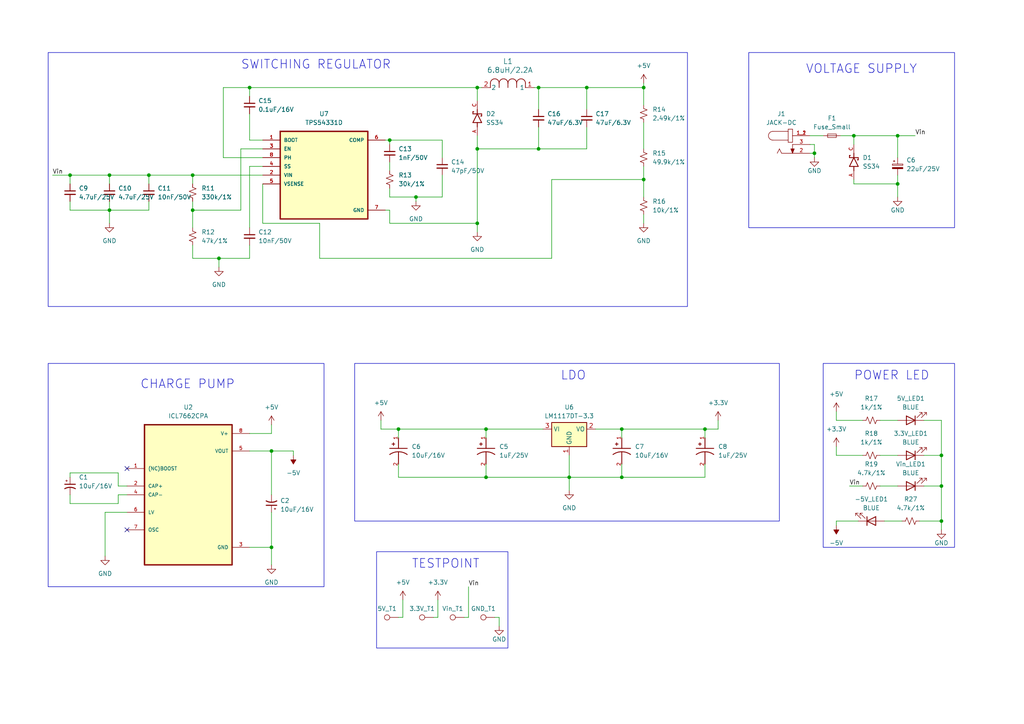
<source format=kicad_sch>
(kicad_sch (version 20230121) (generator eeschema)
  (paper "A4")
  (title_block (title "POWER") (date "2023-12-10"))
  (lib_symbols
    (symbol "Connector:TestPoint" (pin_numbers hide) (pin_names (offset 0.762) hide)
      (property "Reference" "TP" (at 0 6.858 0))
      (property "Value" "TestPoint" (at 0 5.08 0))
      (symbol "TestPoint_0_1"
        (circle (center 0 3.302) (radius 0.762))
      )
      (symbol "TestPoint_1_1"
        (pin passive line (at 0 0 90) (length 2.54) (name "1") (number "1"))
      )
    )
    (symbol "Device:C_Polarized_Small" (pin_numbers hide) (pin_names (offset 0.254) hide)
      (property "Reference" "C" (at 0.254 1.778 0))
      (property "Value" "C_Polarized_Small" (at 0.254 -2.032 0))
      (symbol "C_Polarized_Small_0_1"
        (rectangle (start -1.524 -0.3048) (end 1.524 -0.6858) (fill (type outline)))
        (rectangle (start -1.524 0.6858) (end 1.524 0.3048))
        (polyline (pts (xy -1.27 1.524) (xy -0.762 1.524)))
        (polyline (pts (xy -1.016 1.27) (xy -1.016 1.778)))
      )
      (symbol "C_Polarized_Small_1_1"
        (pin passive line (at 0 2.54 270) (length 1.8542) (name "~") (number "1"))
        (pin passive line (at 0 -2.54 90) (length 1.8542) (name "~") (number "2"))
      )
    )
    (symbol "Device:C_Polarized_Small_US" (pin_numbers hide) (pin_names (offset 0.254) hide)
      (property "Reference" "C" (at 0.254 1.778 0))
      (property "Value" "C_Polarized_Small_US" (at 0.254 -2.032 0))
      (symbol "C_Polarized_Small_US_0_1"
        (polyline (pts (xy -1.524 0.508) (xy 1.524 0.508)) (stroke (width 0.3048)))
        (polyline (pts (xy -1.27 1.524) (xy -0.762 1.524)))
        (polyline (pts (xy -1.016 1.27) (xy -1.016 1.778)))
        (arc (start 1.524 -0.762) (mid 0 -0.3734) (end -1.524 -0.762) (stroke (width 0.3048)))
      )
      (symbol "C_Polarized_Small_US_1_1"
        (pin passive line (at 0 2.54 270) (length 2.032) (name "~") (number "1"))
        (pin passive line (at 0 -2.54 90) (length 2.032) (name "~") (number "2"))
      )
    )
    (symbol "Device:C_Small" (pin_numbers hide) (pin_names (offset 0.254) hide)
      (property "Reference" "C" (at 0.254 1.778 0))
      (property "Value" "C_Small" (at 0.254 -2.032 0))
      (symbol "C_Small_0_1"
        (polyline (pts (xy -1.524 -0.508) (xy 1.524 -0.508)) (stroke (width 0.3302)))
        (polyline (pts (xy -1.524 0.508) (xy 1.524 0.508)) (stroke (width 0.3048)))
      )
      (symbol "C_Small_1_1"
        (pin passive line (at 0 2.54 270) (length 2.032) (name "~") (number "1"))
        (pin passive line (at 0 -2.54 90) (length 2.032) (name "~") (number "2"))
      )
    )
    (symbol "Device:Fuse_Small" (pin_numbers hide) (pin_names (offset 0.254) hide)
      (property "Reference" "F" (at 0 -1.524 0))
      (property "Value" "Fuse_Small" (at 0 1.524 0))
      (symbol "Fuse_Small_0_1"
        (rectangle (start -1.27 0.508) (end 1.27 -0.508))
        (polyline (pts (xy -1.27 0) (xy 1.27 0)))
      )
      (symbol "Fuse_Small_1_1"
        (pin passive line (at -2.54 0 0) (length 1.27) (name "~") (number "1"))
        (pin passive line (at 2.54 0 180) (length 1.27) (name "~") (number "2"))
      )
    )
    (symbol "Device:LED" (pin_numbers hide) (pin_names (offset 1.016) hide)
      (property "Reference" "D" (at 0 2.54 0))
      (property "Value" "LED" (at 0 -2.54 0))
      (symbol "LED_0_1"
        (polyline (pts (xy -1.27 -1.27) (xy -1.27 1.27)) (stroke (width 0.254)))
        (polyline (pts (xy -1.27 0) (xy 1.27 0)))
        (polyline (pts (xy 1.27 -1.27) (xy 1.27 1.27) (xy -1.27 0) (xy 1.27 -1.27)) (stroke (width 0.254)))
        (polyline (pts (xy -3.048 -0.762) (xy -4.572 -2.286) (xy -3.81 -2.286) (xy -4.572 -2.286) (xy -4.572 -1.524)))
        (polyline (pts (xy -1.778 -0.762) (xy -3.302 -2.286) (xy -2.54 -2.286) (xy -3.302 -2.286) (xy -3.302 -1.524)))
      )
      (symbol "LED_1_1"
        (pin passive line (at -3.81 0 0) (length 2.54) (name "K") (number "1"))
        (pin passive line (at 3.81 0 180) (length 2.54) (name "A") (number "2"))
      )
    )
    (symbol "Device:R_Small_US" (pin_numbers hide) (pin_names (offset 0.254) hide)
      (property "Reference" "R" (at 0.762 0.508 0))
      (property "Value" "R_Small_US" (at 0.762 -1.016 0))
      (symbol "R_Small_US_1_1"
        (polyline (pts (xy 0 0) (xy 1.016 -0.381) (xy 0 -0.762) (xy -1.016 -1.143) (xy 0 -1.524)))
        (polyline (pts (xy 0 1.524) (xy 1.016 1.143) (xy 0 0.762) (xy -1.016 0.381) (xy 0 0)))
        (pin passive line (at 0 2.54 270) (length 1.016) (name "~") (number "1"))
        (pin passive line (at 0 -2.54 90) (length 1.016) (name "~") (number "2"))
      )
    )
    (symbol "ICL7662CPA:ICL7662CPA" (pin_names (offset 1.016))
      (property "Reference" "U" (at -12.7 21.32 0))
      (property "Value" "ICL7662CPA" (at -12.7 -24.32 0))
      (symbol "ICL7662CPA_0_0"
        (rectangle (start -12.7 -20.32) (end 12.7 20.32) (stroke (width 0.41)) (fill (type background)))
        (pin bidirectional line (at -17.78 7.62 0) (length 5.08) (name "(NC)BOOST") (number "1"))
        (pin bidirectional line (at -17.78 2.54 0) (length 5.08) (name "CAP+") (number "2"))
        (pin power_in line (at 17.78 -15.24 180) (length 5.08) (name "GND") (number "3"))
        (pin bidirectional line (at -17.78 0 0) (length 5.08) (name "CAP-") (number "4"))
        (pin output line (at 17.78 12.7 180) (length 5.08) (name "VOUT") (number "5"))
        (pin bidirectional line (at -17.78 -5.08 0) (length 5.08) (name "LV") (number "6"))
        (pin bidirectional line (at -17.78 -10.16 0) (length 5.08) (name "OSC") (number "7"))
        (pin power_in line (at 17.78 17.78 180) (length 5.08) (name "V+") (number "8"))
      )
    )
    (symbol "Inductor_5852:SDE0604A-330M" (pin_names (offset 0.254))
      (property "Reference" "L" (at 6.985 5.08 0))
      (property "Value" "SDE0604A-330M" (at 6.985 -2.54 0))
      (symbol "SDE0604A-330M_1_1"
        (polyline (pts (xy 2.54 0) (xy 2.54 1.27)) (stroke (width 0.2032)))
        (polyline (pts (xy 5.08 0) (xy 5.08 1.27)) (stroke (width 0.2032)))
        (polyline (pts (xy 7.62 0) (xy 7.62 1.27)) (stroke (width 0.2032)))
        (polyline (pts (xy 10.16 0) (xy 10.16 1.27)) (stroke (width 0.2032)))
        (polyline (pts (xy 12.7 0) (xy 12.7 1.27)) (stroke (width 0.2032)))
        (arc (start 5.08 1.27) (mid 3.81 2.5345) (end 2.54 1.27) (stroke (width 0.2032)))
        (arc (start 7.62 1.27) (mid 6.35 2.5345) (end 5.08 1.27) (stroke (width 0.2032)))
        (arc (start 10.16 1.27) (mid 8.89 2.5345) (end 7.62 1.27) (stroke (width 0.2032)))
        (arc (start 12.7 1.27) (mid 11.43 2.5345) (end 10.16 1.27) (stroke (width 0.2032)))
        (pin unspecified line (at 15.24 0 180) (length 2.54) (name "1") (number "1"))
        (pin unspecified line (at 0 0 0) (length 2.54) (name "2") (number "2"))
      )
      (symbol "SDE0604A-330M_1_2"
        (arc (start -1.27 5.08) (mid -2.5345 3.81) (end -1.27 2.54) (stroke (width 0.2032)))
        (arc (start -1.27 7.62) (mid -2.5345 6.35) (end -1.27 5.08) (stroke (width 0.2032)))
        (arc (start -1.27 10.16) (mid -2.5345 8.89) (end -1.27 7.62) (stroke (width 0.2032)))
        (arc (start -1.27 12.7) (mid -2.5345 11.43) (end -1.27 10.16) (stroke (width 0.2032)))
        (polyline (pts (xy 0 2.54) (xy -1.27 2.54)) (stroke (width 0.2032)))
        (polyline (pts (xy 0 5.08) (xy -1.27 5.08)) (stroke (width 0.2032)))
        (polyline (pts (xy 0 7.62) (xy -1.27 7.62)) (stroke (width 0.2032)))
        (polyline (pts (xy 0 10.16) (xy -1.27 10.16)) (stroke (width 0.2032)))
        (polyline (pts (xy 0 12.7) (xy -1.27 12.7)) (stroke (width 0.2032)))
        (pin unspecified line (at 0 15.24 270) (length 2.54) (name "1") (number "1"))
        (pin unspecified line (at 0 0 90) (length 2.54) (name "2") (number "2"))
      )
    )
    (symbol "PRT-12748:Jack_DC_5" (pin_names (offset 1.016))
      (property "Reference" "J" (at -7.6246 5.0831 0))
      (property "Value" "JACK-DC" (at -7.632 -5.088 0))
      (symbol "Jack_DC_5_0_0"
        (arc (start -5.715 3.81) (mid -6.9795 2.54) (end -5.715 1.27) (stroke (width 0.1524)))
        (polyline (pts (xy -5.715 3.81) (xy -1.27 3.81)) (stroke (width 0.1524)))
        (polyline (pts (xy -3.81 -1.27) (xy -4.445 -2.54)) (stroke (width 0.1524)))
        (polyline (pts (xy -3.175 -2.54) (xy -3.81 -1.27)) (stroke (width 0.1524)))
        (polyline (pts (xy -1.27 0.635) (xy 0 0.635)) (stroke (width 0.1524)))
        (polyline (pts (xy -1.27 1.27) (xy -5.715 1.27)) (stroke (width 0.1524)))
        (polyline (pts (xy -1.27 1.27) (xy -1.27 0.635)) (stroke (width 0.1524)))
        (polyline (pts (xy -1.27 3.81) (xy -1.27 1.27)) (stroke (width 0.1524)))
        (polyline (pts (xy -1.27 4.445) (xy -1.27 3.81)) (stroke (width 0.1524)))
        (polyline (pts (xy 0 -2.54) (xy -3.175 -2.54)) (stroke (width 0.1524)))
        (polyline (pts (xy 0 0) (xy 0 -2.54)) (stroke (width 0.1524)))
        (polyline (pts (xy 0 0.635) (xy 0 4.445)) (stroke (width 0.1524)))
        (polyline (pts (xy 0 4.445) (xy -1.27 4.445)) (stroke (width 0.1524)))
        (polyline (pts (xy 0 -2.54) (xy -0.508 -1.27) (xy 0.508 -1.27) (xy 0 -2.54)) (stroke (width 0.1524)) (fill (type outline)))
        (pin passive line (at 5.08 2.54 180) (length 5.08) (name "~") (number "1_1"))
        (pin passive line (at 5.08 2.54 180) (length 5.08) (name "~") (number "1_2"))
        (pin passive line (at 5.08 -2.54 180) (length 5.08) (name "~") (number "2"))
        (pin passive line (at 5.08 0 180) (length 5.08) (name "~") (number "3"))
      )
    )
    (symbol "Regulator_Linear:LM1117DT-3.3"
      (property "Reference" "U" (at -3.81 3.175 0))
      (property "Value" "LM1117DT-3.3" (at 0 3.175 0))
      (symbol "LM1117DT-3.3_0_1"
        (rectangle (start -5.08 -5.08) (end 5.08 1.905) (stroke (width 0.254)) (fill (type background)))
      )
      (symbol "LM1117DT-3.3_1_1"
        (pin power_in line (at 0 -7.62 90) (length 2.54) (name "GND") (number "1"))
        (pin power_out line (at 7.62 0 180) (length 2.54) (name "VO") (number "2"))
        (pin power_in line (at -7.62 0 0) (length 2.54) (name "VI") (number "3"))
      )
    )
    (symbol "SS34:SS34" (pin_names (offset 1.016))
      (property "Reference" "D" (at -5.08 2.54 0))
      (property "Value" "SS34" (at -5.08 -3.81 0))
      (symbol "SS34_0_0"
        (polyline (pts (xy -2.54 0) (xy -1.27 0)) (stroke (width 0.254)))
        (polyline (pts (xy -1.27 -1.27) (xy 1.27 0)) (stroke (width 0.254)))
        (polyline (pts (xy -1.27 0) (xy -1.27 -1.27)) (stroke (width 0.254)))
        (polyline (pts (xy -1.27 1.27) (xy -1.27 0)) (stroke (width 0.254)))
        (polyline (pts (xy 0.635 -1.016) (xy 0.635 -1.27)) (stroke (width 0.254)))
        (polyline (pts (xy 1.27 -1.27) (xy 0.635 -1.27)) (stroke (width 0.254)))
        (polyline (pts (xy 1.27 0) (xy -1.27 1.27)) (stroke (width 0.254)))
        (polyline (pts (xy 1.27 0) (xy 1.27 -1.27)) (stroke (width 0.254)))
        (polyline (pts (xy 1.27 1.27) (xy 1.27 0)) (stroke (width 0.254)))
        (polyline (pts (xy 1.905 1.27) (xy 1.27 1.27)) (stroke (width 0.254)))
        (polyline (pts (xy 1.905 1.27) (xy 1.905 1.016)) (stroke (width 0.254)))
        (polyline (pts (xy 2.54 0) (xy 1.27 0)) (stroke (width 0.254)))
        (pin passive line (at -5.08 0 0) (length 2.54) (name "~") (number "A"))
        (pin passive line (at 5.08 0 180) (length 2.54) (name "~") (number "C"))
      )
    )
    (symbol "TAJA105K025RNJ:TAJA105K025RNJ" (pin_names (offset 1.016))
      (property "Reference" "C" (at -5.08 3.81 0))
      (property "Value" "1uF/10%/25V/1206" (at -5.08 -5.08 0))
      (symbol "TAJA105K025RNJ_0_0"
        (rectangle (start -3.713 -1.532) (end -2.824 -1.405) (stroke (width 0.1)) (fill (type outline)))
        (rectangle (start -3.332 -1.913) (end -3.205 -1.024) (stroke (width 0.1)) (fill (type outline)))
        (arc (start -0.254 2.54) (mid -1.0549 0) (end -0.254 -2.54) (stroke (width 0.254)))
        (polyline (pts (xy -5.08 0) (xy -2.032 0)) (stroke (width 0.254)))
        (polyline (pts (xy -2.032 2.54) (xy -2.032 -2.54)) (stroke (width 0.254)))
        (polyline (pts (xy -1.016 0) (xy 2.54 0)) (stroke (width 0.254)))
        (pin passive line (at -5.08 0 0) (length 0) (name "~") (number "1"))
        (pin passive line (at 2.54 0 180) (length 0) (name "~") (number "2"))
      )
    )
    (symbol "TAJA106K016RNJ:TAJA106K016RNJ" (pin_names (offset 1.016))
      (property "Reference" "C" (at -5.08 3.81 0))
      (property "Value" "10uF/10%/16V/1206" (at -5.08 -5.08 0))
      (symbol "TAJA106K016RNJ_0_0"
        (rectangle (start -3.713 -1.532) (end -2.824 -1.405) (stroke (width 0.1)) (fill (type outline)))
        (rectangle (start -3.332 -1.913) (end -3.205 -1.024) (stroke (width 0.1)) (fill (type outline)))
        (arc (start -0.254 2.54) (mid -1.0549 0) (end -0.254 -2.54) (stroke (width 0.254)))
        (polyline (pts (xy -5.08 0) (xy -2.032 0)) (stroke (width 0.254)))
        (polyline (pts (xy -2.032 2.54) (xy -2.032 -2.54)) (stroke (width 0.254)))
        (polyline (pts (xy -1.016 0) (xy 2.54 0)) (stroke (width 0.254)))
        (pin passive line (at -5.08 0 0) (length 0) (name "~") (number "1"))
        (pin passive line (at 2.54 0 180) (length 0) (name "~") (number "2"))
      )
    )
    (symbol "TPS54331D:TPS54331D" (pin_names (offset 1.016))
      (property "Reference" "U" (at -12.7 13.7 0))
      (property "Value" "TPS54331D" (at -12.7 -16.7 0))
      (symbol "TPS54331D_0_0"
        (rectangle (start -12.7 -12.7) (end 12.7 12.7) (stroke (width 0.41)) (fill (type background)))
        (pin input line (at -17.78 10.16 0) (length 5.08) (name "BOOT") (number "1"))
        (pin input line (at -17.78 0 0) (length 5.08) (name "VIN") (number "2"))
        (pin input line (at -17.78 7.62 0) (length 5.08) (name "EN") (number "3"))
        (pin input line (at -17.78 2.54 0) (length 5.08) (name "SS") (number "4"))
        (pin input line (at -17.78 -2.54 0) (length 5.08) (name "VSENSE") (number "5"))
        (pin output line (at 17.78 10.16 180) (length 5.08) (name "COMP") (number "6"))
        (pin power_in line (at 17.78 -10.16 180) (length 5.08) (name "GND") (number "7"))
        (pin input line (at -17.78 5.08 0) (length 5.08) (name "PH") (number "8"))
      )
    )
    (symbol "power:+3.3V" (power) (pin_names (offset 0))
      (property "Value" "+3.3V" (at 0 3.556 0))
      (symbol "+3.3V_0_1"
        (polyline (pts (xy -0.762 1.27) (xy 0 2.54)))
        (polyline (pts (xy 0 0) (xy 0 2.54)))
        (polyline (pts (xy 0 2.54) (xy 0.762 1.27)))
      )
      (symbol "+3.3V_1_1"
        (pin power_in line (at 0 0 90) (length 0) hide (name "+3.3V") (number "1"))
      )
    )
    (symbol "power:+5V" (power) (pin_names (offset 0))
      (property "Value" "+5V" (at 0 3.556 0))
      (symbol "+5V_0_1"
        (polyline (pts (xy -0.762 1.27) (xy 0 2.54)))
        (polyline (pts (xy 0 0) (xy 0 2.54)))
        (polyline (pts (xy 0 2.54) (xy 0.762 1.27)))
      )
      (symbol "+5V_1_1"
        (pin power_in line (at 0 0 90) (length 0) hide (name "+5V") (number "1"))
      )
    )
    (symbol "power:-5V" (power) (pin_names (offset 0))
      (property "Value" "-5V" (at 0 3.81 0))
      (symbol "-5V_0_0"
        (pin power_in line (at 0 0 90) (length 0) hide (name "-5V") (number "1"))
      )
      (symbol "-5V_0_1"
        (polyline (pts (xy 0 0) (xy 0 1.27) (xy 0.762 1.27) (xy 0 2.54) (xy -0.762 1.27) (xy 0 1.27)) (fill (type outline)))
      )
    )
    (symbol "power:GND" (power) (pin_names (offset 0))
      (property "Value" "GND" (at 0 -3.81 0))
      (symbol "GND_0_1"
        (polyline (pts (xy 0 0) (xy 0 -1.27) (xy 1.27 -1.27) (xy 0 -2.54) (xy -1.27 -1.27) (xy 0 -1.27)))
      )
      (symbol "GND_1_1"
        (pin power_in line (at 0 0 270) (length 0) hide (name "GND") (number "1"))
      )
    )
  )
  (junction (at 115.57 124.46))
  (junction (at 186.69 52.07))
  (junction (at 140.97 138.43))
  (junction (at 247.65 39.37))
  (junction (at 43.18 50.8))
  (junction (at 20.32 50.8))
  (junction (at 180.34 124.46))
  (junction (at 273.05 151.13))
  (junction (at 138.43 43.18))
  (junction (at 273.05 140.97))
  (junction (at 260.35 53.34))
  (junction (at 140.97 124.46))
  (junction (at 186.69 25.4))
  (junction (at 55.88 50.8))
  (junction (at 156.21 43.18))
  (junction (at 138.43 64.77))
  (junction (at 156.21 25.4))
  (junction (at 78.74 158.75))
  (junction (at 55.88 60.96))
  (junction (at 180.34 138.43))
  (junction (at 63.5 74.93))
  (junction (at 170.18 25.4))
  (junction (at 236.22 44.45))
  (junction (at 31.75 60.96))
  (junction (at 273.05 132.08))
  (junction (at 78.74 130.81))
  (junction (at 204.47 124.46))
  (junction (at 120.65 57.15))
  (junction (at 113.03 40.64))
  (junction (at 260.35 39.37))
  (junction (at 165.1 138.43))
  (junction (at 138.43 25.4))
  (junction (at 72.39 25.4))
  (junction (at 31.75 50.8))
  (no_connect (at 36.83 153.67))
  (no_connect (at 36.83 135.89))
  (wire (pts (xy 116.84 173.99) (xy 116.84 179.07)))
  (wire (pts (xy 34.29 146.05) (xy 34.29 143.51)))
  (wire (pts (xy 138.43 64.77) (xy 138.43 67.31)))
  (wire (pts (xy 55.88 60.96) (xy 55.88 66.04)))
  (wire (pts (xy 138.43 64.77) (xy 138.43 43.18)))
  (wire (pts (xy 273.05 132.08) (xy 273.05 140.97)))
  (wire (pts (xy 31.75 50.8) (xy 31.75 53.34)))
  (wire (pts (xy 160.02 52.07) (xy 186.69 52.07)))
  (wire (pts (xy 180.34 124.46) (xy 180.34 127)))
  (wire (pts (xy 170.18 36.83) (xy 170.18 43.18)))
  (wire (pts (xy 273.05 151.13) (xy 273.05 153.67)))
  (wire (pts (xy 111.76 40.64) (xy 113.03 40.64)))
  (wire (pts (xy 115.57 138.43) (xy 115.57 134.62)))
  (wire (pts (xy 156.21 36.83) (xy 156.21 43.18)))
  (wire (pts (xy 236.22 44.45) (xy 236.22 45.72)))
  (wire (pts (xy 160.02 74.93) (xy 160.02 52.07)))
  (wire (pts (xy 256.54 151.13) (xy 261.62 151.13)))
  (wire (pts (xy 247.65 39.37) (xy 247.65 41.91)))
  (wire (pts (xy 72.39 74.93) (xy 63.5 74.93)))
  (wire (pts (xy 170.18 25.4) (xy 186.69 25.4)))
  (wire (pts (xy 186.69 52.07) (xy 186.69 57.15)))
  (wire (pts (xy 138.43 25.4) (xy 139.7 25.4)))
  (wire (pts (xy 260.35 39.37) (xy 265.43 39.37)))
  (wire (pts (xy 120.65 57.15) (xy 120.65 58.42)))
  (wire (pts (xy 110.49 121.92) (xy 110.49 124.46)))
  (wire (pts (xy 186.69 30.48) (xy 186.69 25.4)))
  (wire (pts (xy 156.21 25.4) (xy 154.94 25.4)))
  (wire (pts (xy 246.38 140.97) (xy 250.19 140.97)))
  (wire (pts (xy 165.1 138.43) (xy 180.34 138.43)))
  (wire (pts (xy 140.97 134.62) (xy 140.97 138.43)))
  (wire (pts (xy 234.95 41.91) (xy 236.22 41.91)))
  (wire (pts (xy 64.77 45.72) (xy 64.77 25.4)))
  (wire (pts (xy 140.97 138.43) (xy 115.57 138.43)))
  (wire (pts (xy 43.18 50.8) (xy 55.88 50.8)))
  (wire (pts (xy 72.39 25.4) (xy 138.43 25.4)))
  (wire (pts (xy 242.57 151.13) (xy 242.57 152.4)))
  (wire (pts (xy 247.65 53.34) (xy 260.35 53.34)))
  (wire (pts (xy 127 179.07) (xy 125.73 179.07)))
  (wire (pts (xy 78.74 123.19) (xy 78.74 125.73)))
  (wire (pts (xy 55.88 50.8) (xy 55.88 53.34)))
  (wire (pts (xy 20.32 137.16) (xy 20.32 138.43)))
  (wire (pts (xy 157.48 124.46) (xy 140.97 124.46)))
  (wire (pts (xy 113.03 54.61) (xy 113.03 57.15)))
  (wire (pts (xy 260.35 57.15) (xy 260.35 53.34)))
  (wire (pts (xy 30.48 148.59) (xy 36.83 148.59)))
  (wire (pts (xy 63.5 74.93) (xy 55.88 74.93)))
  (wire (pts (xy 138.43 43.18) (xy 138.43 39.37)))
  (wire (pts (xy 31.75 60.96) (xy 31.75 64.77)))
  (wire (pts (xy 76.2 64.77) (xy 92.71 64.77)))
  (wire (pts (xy 144.78 179.07) (xy 143.51 179.07)))
  (wire (pts (xy 135.89 170.18) (xy 135.89 179.07)))
  (wire (pts (xy 30.48 161.29) (xy 30.48 148.59)))
  (wire (pts (xy 72.39 125.73) (xy 78.74 125.73)))
  (wire (pts (xy 72.39 130.81) (xy 78.74 130.81)))
  (wire (pts (xy 186.69 35.56) (xy 186.69 43.18)))
  (wire (pts (xy 20.32 60.96) (xy 20.32 58.42)))
  (wire (pts (xy 138.43 43.18) (xy 156.21 43.18)))
  (wire (pts (xy 156.21 25.4) (xy 170.18 25.4)))
  (wire (pts (xy 69.85 60.96) (xy 55.88 60.96)))
  (wire (pts (xy 180.34 138.43) (xy 204.47 138.43)))
  (wire (pts (xy 72.39 71.12) (xy 72.39 74.93)))
  (wire (pts (xy 36.83 140.97) (xy 34.29 140.97)))
  (wire (pts (xy 34.29 143.51) (xy 36.83 143.51)))
  (wire (pts (xy 72.39 33.02) (xy 72.39 40.64)))
  (wire (pts (xy 31.75 60.96) (xy 20.32 60.96)))
  (wire (pts (xy 72.39 27.94) (xy 72.39 25.4)))
  (wire (pts (xy 20.32 50.8) (xy 31.75 50.8)))
  (wire (pts (xy 116.84 179.07) (xy 115.57 179.07)))
  (wire (pts (xy 144.78 179.07) (xy 144.78 181.61)))
  (wire (pts (xy 43.18 50.8) (xy 43.18 53.34)))
  (wire (pts (xy 113.03 64.77) (xy 138.43 64.77)))
  (wire (pts (xy 20.32 50.8) (xy 20.32 53.34)))
  (wire (pts (xy 113.03 60.96) (xy 111.76 60.96)))
  (wire (pts (xy 69.85 43.18) (xy 69.85 60.96)))
  (wire (pts (xy 55.88 74.93) (xy 55.88 71.12)))
  (wire (pts (xy 113.03 46.99) (xy 113.03 49.53)))
  (wire (pts (xy 78.74 158.75) (xy 78.74 163.83)))
  (wire (pts (xy 128.27 40.64) (xy 128.27 45.72)))
  (wire (pts (xy 15.24 50.8) (xy 20.32 50.8)))
  (wire (pts (xy 43.18 58.42) (xy 43.18 60.96)))
  (wire (pts (xy 120.65 57.15) (xy 128.27 57.15)))
  (wire (pts (xy 243.84 39.37) (xy 247.65 39.37)))
  (wire (pts (xy 113.03 60.96) (xy 113.03 64.77)))
  (wire (pts (xy 76.2 43.18) (xy 69.85 43.18)))
  (wire (pts (xy 247.65 52.07) (xy 247.65 53.34)))
  (wire (pts (xy 255.27 132.08) (xy 260.35 132.08)))
  (wire (pts (xy 204.47 134.62) (xy 204.47 138.43)))
  (wire (pts (xy 242.57 119.38) (xy 242.57 121.92)))
  (wire (pts (xy 267.97 121.92) (xy 273.05 121.92)))
  (wire (pts (xy 76.2 53.34) (xy 76.2 64.77)))
  (wire (pts (xy 260.35 39.37) (xy 260.35 45.72)))
  (wire (pts (xy 78.74 130.81) (xy 78.74 143.51)))
  (wire (pts (xy 204.47 124.46) (xy 204.47 127)))
  (wire (pts (xy 72.39 48.26) (xy 76.2 48.26)))
  (wire (pts (xy 43.18 60.96) (xy 31.75 60.96)))
  (wire (pts (xy 234.95 44.45) (xy 236.22 44.45)))
  (wire (pts (xy 113.03 40.64) (xy 113.03 41.91)))
  (wire (pts (xy 255.27 121.92) (xy 260.35 121.92)))
  (wire (pts (xy 156.21 25.4) (xy 156.21 31.75)))
  (wire (pts (xy 260.35 50.8) (xy 260.35 53.34)))
  (wire (pts (xy 273.05 121.92) (xy 273.05 132.08)))
  (wire (pts (xy 140.97 124.46) (xy 115.57 124.46)))
  (wire (pts (xy 110.49 124.46) (xy 115.57 124.46)))
  (wire (pts (xy 55.88 58.42) (xy 55.88 60.96)))
  (wire (pts (xy 20.32 146.05) (xy 34.29 146.05)))
  (wire (pts (xy 113.03 40.64) (xy 128.27 40.64)))
  (wire (pts (xy 234.95 39.37) (xy 238.76 39.37)))
  (wire (pts (xy 135.89 179.07) (xy 134.62 179.07)))
  (wire (pts (xy 186.69 48.26) (xy 186.69 52.07)))
  (wire (pts (xy 115.57 124.46) (xy 115.57 127)))
  (wire (pts (xy 20.32 143.51) (xy 20.32 146.05)))
  (wire (pts (xy 267.97 140.97) (xy 273.05 140.97)))
  (wire (pts (xy 236.22 41.91) (xy 236.22 44.45)))
  (wire (pts (xy 138.43 25.4) (xy 138.43 29.21)))
  (wire (pts (xy 242.57 129.54) (xy 242.57 132.08)))
  (wire (pts (xy 170.18 43.18) (xy 156.21 43.18)))
  (wire (pts (xy 165.1 138.43) (xy 140.97 138.43)))
  (wire (pts (xy 113.03 57.15) (xy 120.65 57.15)))
  (wire (pts (xy 128.27 50.8) (xy 128.27 57.15)))
  (wire (pts (xy 242.57 132.08) (xy 250.19 132.08)))
  (wire (pts (xy 267.97 132.08) (xy 273.05 132.08)))
  (wire (pts (xy 72.39 66.04) (xy 72.39 48.26)))
  (wire (pts (xy 247.65 39.37) (xy 260.35 39.37)))
  (wire (pts (xy 78.74 158.75) (xy 72.39 158.75)))
  (wire (pts (xy 180.34 124.46) (xy 204.47 124.46)))
  (wire (pts (xy 55.88 50.8) (xy 76.2 50.8)))
  (wire (pts (xy 127 173.99) (xy 127 179.07)))
  (wire (pts (xy 208.28 124.46) (xy 204.47 124.46)))
  (wire (pts (xy 34.29 137.16) (xy 20.32 137.16)))
  (wire (pts (xy 242.57 121.92) (xy 250.19 121.92)))
  (wire (pts (xy 165.1 132.08) (xy 165.1 138.43)))
  (wire (pts (xy 266.7 151.13) (xy 273.05 151.13)))
  (wire (pts (xy 72.39 40.64) (xy 76.2 40.64)))
  (wire (pts (xy 255.27 140.97) (xy 260.35 140.97)))
  (wire (pts (xy 92.71 64.77) (xy 92.71 74.93)))
  (wire (pts (xy 172.72 124.46) (xy 180.34 124.46)))
  (wire (pts (xy 140.97 124.46) (xy 140.97 127)))
  (wire (pts (xy 208.28 121.92) (xy 208.28 124.46)))
  (wire (pts (xy 64.77 25.4) (xy 72.39 25.4)))
  (wire (pts (xy 186.69 24.13) (xy 186.69 25.4)))
  (wire (pts (xy 78.74 130.81) (xy 85.09 130.81)))
  (wire (pts (xy 31.75 58.42) (xy 31.75 60.96)))
  (wire (pts (xy 31.75 50.8) (xy 43.18 50.8)))
  (wire (pts (xy 76.2 45.72) (xy 64.77 45.72)))
  (wire (pts (xy 180.34 134.62) (xy 180.34 138.43)))
  (wire (pts (xy 63.5 74.93) (xy 63.5 77.47)))
  (wire (pts (xy 273.05 140.97) (xy 273.05 151.13)))
  (wire (pts (xy 34.29 140.97) (xy 34.29 137.16)))
  (wire (pts (xy 78.74 148.59) (xy 78.74 158.75)))
  (wire (pts (xy 92.71 74.93) (xy 160.02 74.93)))
  (wire (pts (xy 170.18 31.75) (xy 170.18 25.4)))
  (wire (pts (xy 186.69 62.23) (xy 186.69 64.77)))
  (wire (pts (xy 165.1 138.43) (xy 165.1 142.24)))
  (wire (pts (xy 85.09 130.81) (xy 85.09 132.08)))
  (wire (pts (xy 248.92 151.13) (xy 242.57 151.13)))
  (rectangle (start 102.87 105.41) (end 226.06 151.13))
  (rectangle (start 13.97 105.41) (end 93.98 170.18))
  (rectangle (start 217.17 15.24) (end 276.86 66.04))
  (rectangle (start 109.22 160.02) (end 147.32 187.96))
  (rectangle (start 238.76 105.41) (end 276.86 158.75))
  (rectangle (start 13.97 15.24) (end 199.39 88.9))
  (text "POWER LED\n" (at 247.65 110.49 0) (effects (font (size 2.54 2.54)) (justify left bottom)))
  (text "LDO\n" (at 162.56 110.49 0) (effects (font (size 2.54 2.54)) (justify left bottom)))
  (text "CHARGE PUMP" (at 40.64 113.03 0) (effects (font (size 2.54 2.54)) (justify left bottom)))
  (text "TESTPOINT" (at 119.38 165.1 0) (effects (font (size 2.54 2.54)) (justify left bottom)))
  (text "VOLTAGE SUPPLY" (at 233.68 21.59 0) (effects (font (size 2.54 2.54)) (justify left bottom)))
  (text "SWITCHING REGULATOR" (at 69.85 20.32 0) (effects (font (size 2.54 2.54)) (justify left bottom)))
  (label "Vin" (at 135.89 170.18 0))
  (label "Vin" (at 246.38 140.97 0))
  (label "Vin" (at 15.24 50.8 0))
  (label "Vin" (at 265.43 39.37 0))
  (symbol (lib_id "power:GND") (at 236.22 45.72 0) (unit 1)
    (property "Reference" "#PWR09" (effects hide))
    (property "Value" "GND" (at 236.22 49.53 0))
    (instances (project "WeatherStation" (path "" (reference "#PWR09") (unit 1))) (project "Brightness_Meter" (path "" (reference "#PWR020") (unit 1))))
  )
  (symbol (lib_id "power:+3.3V") (at 208.28 121.92 0) (unit 1)
    (property "Reference" "#PWR025" (effects hide))
    (property "Value" "+3.3V" (at 208.28 116.84 0))
  )
  (symbol (lib_id "power:-5V") (at 242.57 152.4 180) (unit 1)
    (property "Reference" "#PWR067" (effects hide))
    (property "Value" "-5V" (at 242.57 157.48 0))
  )
  (symbol (lib_id "Device:C_Polarized_Small_US") (at 78.74 146.05 180) (unit 1)
    (property "Reference" "C2" (at 81.28 145.2118 0) (effects (justify right)))
    (property "Value" "10uF/16V" (at 81.28 147.7518 0) (effects (justify right)))
    (property "Footprint" "Capacitor_SMD:CP_Elec_4x5.4" (effects hide))
    (property "Supplier" "Thegioiic" (effects hide))
    (property "URL" "https://www.thegioiic.com/tu-nhom-smd-10uf-16v-4x5-4mm" (effects hide))
  )
  (symbol (lib_id "Connector:TestPoint") (at 115.57 179.07 90) (unit 1)
    (property "Reference" "5V_T1" (at 112.268 176.53 90))
    (property "Value" "5V" (effects hide))
    (property "Footprint" "TestPoint:TestPoint_Pad_D1.5mm" (effects hide))
  )
  (symbol (lib_id "Device:R_Small_US") (at 186.69 45.72 0) (unit 1)
    (property "Reference" "R15" (at 189.23 44.45 0) (effects (justify left)))
    (property "Value" "49.9k/1%" (at 189.23 46.99 0) (effects (justify left)))
    (property "Footprint" "Resistor_SMD:R_0603_1608Metric_Pad0.98x0.95mm_HandSolder" (effects hide))
    (property "URL" "https://www.thegioiic.com/dien-tro-49-9-kohm-0603-1-" (effects hide))
  )
  (symbol (lib_id "power:+5V") (at 110.49 121.92 0) (unit 1)
    (property "Reference" "#PWR024" (effects hide))
    (property "Value" "+5V" (at 110.49 116.84 0))
  )
  (symbol (lib_id "Device:C_Small") (at 72.39 30.48 0) (unit 1)
    (property "Reference" "C15" (at 74.93 29.2163 0) (effects (justify left)))
    (property "Value" "0.1uF/16V" (at 74.93 31.7563 0) (effects (justify left)))
    (property "Footprint" "Capacitor_SMD:C_0603_1608Metric_Pad1.08x0.95mm_HandSolder" (effects hide))
    (property "URL" "https://www.thegioiic.com/tu-gom-0603-100nf-0-1uf-16v" (effects hide))
  )
  (symbol (lib_id "power:+3.3V") (at 242.57 129.54 0) (unit 1)
    (property "Reference" "#PWR033" (effects hide))
    (property "Value" "+3.3V" (at 242.57 124.46 0))
  )
  (symbol (lib_id "power:GND") (at 138.43 67.31 0) (unit 1)
    (property "Reference" "#PWR028" (effects hide))
    (property "Value" "GND" (at 138.43 72.39 0))
  )
  (symbol (lib_id "Device:LED") (at 264.16 121.92 180) (unit 1)
    (property "Reference" "5V_LED1" (at 264.16 115.57 0))
    (property "Value" "BLUE" (at 264.16 118.11 0))
    (property "Footprint" "LED_SMD:LED_0805_2012Metric_Pad1.15x1.40mm_HandSolder" (effects hide))
    (property "URL" "https://www.thegioiic.com/led-xanh-duong-0805-dan-smd-trong-suot-harvatek" (effects hide))
  )
  (symbol (lib_id "Device:C_Small") (at 170.18 34.29 0) (unit 1)
    (property "Reference" "C17" (at 172.72 33.0263 0) (effects (justify left)))
    (property "Value" "47uF/6.3V" (at 172.72 35.5663 0) (effects (justify left)))
    (property "Footprint" "Capacitor_SMD:C_0805_2012Metric_Pad1.18x1.45mm_HandSolder" (effects hide))
    (property "URL" "https://www.thegioiic.com/tu-gom-0805-47uf-6-3v" (effects hide))
  )
  (symbol (lib_id "power:GND") (at 165.1 142.24 0) (unit 1)
    (property "Reference" "#PWR023" (effects hide))
    (property "Value" "GND" (at 165.1 147.32 0))
  )
  (symbol (lib_id "TAJA106K016RNJ:TAJA106K016RNJ") (at 180.34 132.08 270) (unit 1)
    (property "Reference" "C7" (at 184.15 129.54 90) (effects (justify left)))
    (property "Value" "10uF/16V" (at 184.15 132.08 90) (effects (justify left)))
    (property "Footprint" "TAJA106K016RNJ:CAPMP3216X180N" (effects hide))
    (property "Description" "TAJA106K016RNJ" (effects hide))
    (property "URL" "https://www.thegioiic.com/tu-tantalum-10uf-16v-1206-taja106k016rnj" (effects hide))
  )
  (symbol (lib_id "power:GND") (at 30.48 161.29 0) (unit 1)
    (property "Reference" "#PWR02" (effects hide))
    (property "Value" "GND" (at 30.48 166.37 0))
  )
  (symbol (lib_id "TPS54331D:TPS54331D") (at 93.98 50.8 0) (unit 1)
    (property "Reference" "U7" (at 93.98 33.02 0))
    (property "Value" "TPS54331D" (at 93.98 35.56 0))
    (property "Footprint" "TPS54331D:SOIC127P599X175-8N" (effects hide))
    (property "Description" "input: 3.5-28VDC, output: 0.8-25VDC, 1 output" (effects hide))
    (property "URL" "https://www.thegioiic.com/tps54331dr-ic-dieu-chinh-giam-ap-3a-8-soic" (effects hide))
  )
  (symbol (lib_id "Regulator_Linear:LM1117DT-3.3") (at 165.1 124.46 0) (unit 1)
    (property "Reference" "U6" (at 165.1 118.11 0))
    (property "Value" "LM1117DT-3.3" (at 165.1 120.65 0))
    (property "Footprint" "Package_TO_SOT_SMD:TO-252-3_TabPin2" (effects hide))
    (property "Datasheet" "http://www.ti.com/lit/ds/symlink/lm1117.pdf" (effects hide))
  )
  (symbol (lib_id "power:GND") (at 260.35 57.15 0) (unit 1)
    (property "Reference" "#PWR010" (effects hide))
    (property "Value" "GND" (at 260.35 60.96 0))
    (instances (project "WeatherStation" (path "" (reference "#PWR010") (unit 1))) (project "Brightness_Meter" (path "" (reference "#PWR021") (unit 1))))
  )
  (symbol (lib_id "Connector:TestPoint") (at 143.51 179.07 90) (unit 1)
    (property "Reference" "GND_T1" (at 140.208 176.53 90))
    (property "Value" "GND" (effects hide))
    (property "Footprint" "TestPoint:TestPoint_Pad_D1.5mm" (effects hide))
  )
  (symbol (lib_id "Device:C_Small") (at 31.75 55.88 0) (unit 1)
    (property "Reference" "C10" (at 34.29 54.6163 0) (effects (justify left)))
    (property "Value" "4.7uF/25V" (at 34.29 57.1563 0) (effects (justify left)))
    (property "Footprint" "Capacitor_SMD:C_0603_1608Metric_Pad1.08x0.95mm_HandSolder" (effects hide))
    (property "URL" "https://www.thegioiic.com/tu-gom-0603-4-7uf-25v" (effects hide))
  )
  (symbol (lib_id "power:+5V") (at 116.84 173.99 0) (unit 1)
    (property "Reference" "#PWR036" (effects hide))
    (property "Value" "+5V" (at 116.84 168.91 0))
  )
  (symbol (lib_id "Device:C_Small") (at 128.27 48.26 0) (unit 1)
    (property "Reference" "C14" (at 130.81 46.9963 0) (effects (justify left)))
    (property "Value" "47pF/50V" (at 130.81 49.5363 0) (effects (justify left)))
    (property "Footprint" "Capacitor_SMD:C_0603_1608Metric_Pad1.08x0.95mm_HandSolder" (effects hide))
    (property "URL" "https://www.thegioiic.com/tu-gom-0603-47pf-50v" (effects hide))
  )
  (symbol (lib_id "power:GND") (at 144.78 181.61 0) (unit 1)
    (property "Reference" "#PWR010" (effects hide))
    (property "Value" "GND" (at 144.78 185.42 0))
    (instances (project "WeatherStation" (path "" (reference "#PWR010") (unit 1))) (project "Brightness_Meter" (path "" (reference "#PWR034") (unit 1))))
  )
  (symbol (lib_id "Device:C_Small") (at 156.21 34.29 0) (unit 1)
    (property "Reference" "C16" (at 158.75 33.0263 0) (effects (justify left)))
    (property "Value" "47uF/6.3V" (at 158.75 35.5663 0) (effects (justify left)))
    (property "Footprint" "Capacitor_SMD:C_0805_2012Metric_Pad1.18x1.45mm_HandSolder" (effects hide))
    (property "URL" "https://www.thegioiic.com/tu-gom-0805-47uf-6-3v" (effects hide))
  )
  (symbol (lib_id "Device:R_Small_US") (at 113.03 52.07 0) (unit 1)
    (property "Reference" "R13" (at 115.57 50.8 0) (effects (justify left)))
    (property "Value" "30k/1%" (at 115.57 53.34 0) (effects (justify left)))
    (property "Footprint" "Resistor_SMD:R_0603_1608Metric_Pad0.98x0.95mm_HandSolder" (effects hide))
    (property "URL" "https://www.thegioiic.com/dien-tro-30-kohm-0603-1-" (effects hide))
  )
  (symbol (lib_id "Device:LED") (at 264.16 140.97 180) (unit 1)
    (property "Reference" "Vin_LED1" (at 264.16 134.62 0))
    (property "Value" "BLUE" (at 264.16 137.16 0))
    (property "Footprint" "LED_SMD:LED_0805_2012Metric_Pad1.15x1.40mm_HandSolder" (effects hide))
    (property "URL" "https://www.thegioiic.com/led-xanh-duong-0805-dan-smd-trong-suot-harvatek" (effects hide))
  )
  (symbol (lib_id "Inductor_5852:SDE0604A-330M") (at 139.7 25.4 0) (unit 1)
    (property "Reference" "L1" (at 147.32 17.78 0) (effects (font (size 1.524 1.524))))
    (property "Value" " 6.8uH/2.2A" (at 147.32 20.32 0) (effects (font (size 1.524 1.524))))
    (property "Footprint" "ul_SDE0604A-330M:IND_SDE0604A_5P8X5P2X4P5_BRN" (effects hide))
    (property "Datasheet" "SDE0604A-330M" (effects hide))
    (property "URL" "https://www.thegioiic.com/cuon-cam-dan-smd-cd53-5852-6r8-6-8uh-2-2a" (effects hide))
  )
  (symbol (lib_id "power:+3.3V") (at 127 173.99 0) (unit 1)
    (property "Reference" "#PWR035" (effects hide))
    (property "Value" "+3.3V" (at 127 168.91 0))
  )
  (symbol (lib_id "Device:C_Small") (at 113.03 44.45 0) (unit 1)
    (property "Reference" "C13" (at 115.57 43.1863 0) (effects (justify left)))
    (property "Value" "1nF/50V" (at 115.57 45.7263 0) (effects (justify left)))
    (property "Footprint" "Capacitor_SMD:C_0603_1608Metric_Pad1.08x0.95mm_HandSolder" (effects hide))
    (property "URL" "https://www.thegioiic.com/tu-gom-0603-1nf-50v" (effects hide))
  )
  (symbol (lib_id "power:GND") (at 31.75 64.77 0) (unit 1)
    (property "Reference" "#PWR022" (effects hide))
    (property "Value" "GND" (at 31.75 69.85 0))
  )
  (symbol (lib_id "Device:C_Polarized_Small") (at 260.35 48.26 0) (unit 1)
    (property "Reference" "C6" (at 262.89 46.4439 0) (effects (justify left)))
    (property "Value" "22uF/25V" (at 262.89 48.9839 0) (effects (justify left)))
    (property "Footprint" "Capacitor_SMD:CP_Elec_6.3x5.4" (effects hide))
    (property "URL" "https://www.thegioiic.com/tu-nhom-smd-22uf-25v-6-3x5-4mm" (effects hide))
    (instances (project "WeatherStation" (path "" (reference "C6") (unit 1))) (project "Brightness_Meter" (path "" (reference "C4") (unit 1))))
  )
  (symbol (lib_id "Connector:TestPoint") (at 125.73 179.07 90) (unit 1)
    (property "Reference" "3.3V_T1" (at 122.428 176.53 90))
    (property "Value" "3.3V" (effects hide))
    (property "Footprint" "TestPoint:TestPoint_Pad_D1.5mm" (effects hide))
  )
  (symbol (lib_id "PRT-12748:Jack_DC_5") (at 229.87 41.91 0) (unit 1)
    (property "Reference" "J1" (at 226.6342 33.02 0))
    (property "Value" "JACK-DC" (at 226.6342 35.56 0))
    (property "Footprint" "PRT-12748:SPARKFUN_PRT-12748" (effects hide))
    (property "Description" "Jack DC 5mm" (effects hide))
    (property "URL" "https://www.thegioiic.com/dc050-dau-noi-nguon-dc-cai-5521-dan-smd-kim-2-1mm" (effects hide))
  )
  (symbol (lib_id "power:GND") (at 63.5 77.47 0) (unit 1)
    (property "Reference" "#PWR026" (effects hide))
    (property "Value" "GND" (at 63.5 82.55 0))
  )
  (symbol (lib_id "Device:R_Small_US") (at 252.73 121.92 90) (unit 1)
    (property "Reference" "R17" (at 252.73 115.57 90))
    (property "Value" "1k/1%" (at 252.73 118.11 90))
    (property "Footprint" "Resistor_SMD:R_0603_1608Metric_Pad0.98x0.95mm_HandSolder" (effects hide))
    (property "URL" "https://www.thegioiic.com/dien-tro-1-kohm-0603-1-" (effects hide))
  )
  (symbol (lib_id "power:+5V") (at 186.69 24.13 0) (unit 1)
    (property "Reference" "#PWR029" (effects hide))
    (property "Value" "+5V" (at 186.69 19.05 0))
  )
  (symbol (lib_id "power:+5V") (at 242.57 119.38 0) (unit 1)
    (property "Reference" "#PWR032" (effects hide))
    (property "Value" "+5V" (at 242.57 114.3 0))
  )
  (symbol (lib_id "Device:C_Small") (at 43.18 55.88 0) (unit 1)
    (property "Reference" "C11" (at 45.72 54.6163 0) (effects (justify left)))
    (property "Value" "10nF/50V" (at 45.72 57.1563 0) (effects (justify left)))
    (property "Footprint" "Capacitor_SMD:C_0603_1608Metric_Pad1.08x0.95mm_HandSolder" (effects hide))
    (property "URL" "https://www.thegioiic.com/tu-gom-0603-10nf-50v" (effects hide))
  )
  (symbol (lib_id "TAJA106K016RNJ:TAJA106K016RNJ") (at 115.57 132.08 270) (unit 1)
    (property "Reference" "C6" (at 119.38 129.54 90) (effects (justify left)))
    (property "Value" "10uF/16V" (at 119.38 132.08 90) (effects (justify left)))
    (property "Footprint" "TAJA106K016RNJ:CAPMP3216X180N" (effects hide))
    (property "Description" "TAJA106K016RNJ" (effects hide))
    (property "URL" "https://www.thegioiic.com/tu-tantalum-10uf-16v-1206-taja106k016rnj" (effects hide))
  )
  (symbol (lib_id "power:GND") (at 273.05 153.67 0) (unit 1)
    (property "Reference" "#PWR010" (effects hide))
    (property "Value" "GND" (at 273.05 157.48 0))
    (instances (project "WeatherStation" (path "" (reference "#PWR010") (unit 1))) (project "Brightness_Meter" (path "" (reference "#PWR031") (unit 1))))
  )
  (symbol (lib_id "power:GND") (at 120.65 58.42 0) (unit 1)
    (property "Reference" "#PWR027" (effects hide))
    (property "Value" "GND" (at 120.65 63.5 0))
  )
  (symbol (lib_id "Device:R_Small_US") (at 252.73 132.08 90) (unit 1)
    (property "Reference" "R18" (at 252.73 125.73 90))
    (property "Value" "1k/1%" (at 252.73 128.27 90))
    (property "Footprint" "Resistor_SMD:R_0603_1608Metric_Pad0.98x0.95mm_HandSolder" (effects hide))
    (property "URL" "https://www.thegioiic.com/dien-tro-1-kohm-0603-1-" (effects hide))
  )
  (symbol (lib_id "power:-5V") (at 85.09 132.08 180) (unit 1)
    (property "Reference" "#PWR04" (effects hide))
    (property "Value" "-5V" (at 85.09 137.16 0))
  )
  (symbol (lib_id "Device:C_Polarized_Small_US") (at 20.32 140.97 0) (unit 1)
    (property "Reference" "C1" (at 22.86 138.43 0) (effects (justify left)))
    (property "Value" "10uF/16V" (at 22.86 140.97 0) (effects (justify left)))
    (property "Footprint" "Capacitor_SMD:CP_Elec_4x5.4" (effects hide))
    (property "Supplier" "Thegioiic" (effects hide))
    (property "URL" "https://www.thegioiic.com/tu-nhom-smd-10uf-16v-4x5-4mm" (effects hide))
  )
  (symbol (lib_id "Device:R_Small_US") (at 264.16 151.13 90) (unit 1)
    (property "Reference" "R27" (at 264.16 144.78 90))
    (property "Value" "4.7k/1%" (at 264.16 147.32 90))
    (property "Footprint" "Resistor_SMD:R_0603_1608Metric_Pad0.98x0.95mm_HandSolder" (effects hide))
    (property "URL" "https://www.thegioiic.com/dien-tro-4-7-kohm-0603-1-" (effects hide))
  )
  (symbol (lib_id "Device:R_Small_US") (at 186.69 59.69 0) (unit 1)
    (property "Reference" "R16" (at 189.23 58.42 0) (effects (justify left)))
    (property "Value" "10k/1%" (at 189.23 60.96 0) (effects (justify left)))
    (property "Footprint" "Resistor_SMD:R_0603_1608Metric_Pad0.98x0.95mm_HandSolder" (effects hide))
    (property "URL" "https://www.thegioiic.com/dien-tro-10-kohm-0603-1-" (effects hide))
  )
  (symbol (lib_id "Device:LED") (at 252.73 151.13 0) (mirror x) (unit 1)
    (property "Reference" "-5V_LED1" (at 252.73 144.78 0))
    (property "Value" "BLUE" (at 252.73 147.32 0))
    (property "Footprint" "LED_SMD:LED_0805_2012Metric_Pad1.15x1.40mm_HandSolder" (effects hide))
    (property "URL" "https://www.thegioiic.com/led-xanh-duong-0805-dan-smd-trong-suot-harvatek" (effects hide))
  )
  (symbol (lib_id "TAJA105K025RNJ:TAJA105K025RNJ") (at 140.97 132.08 270) (unit 1)
    (property "Reference" "C5" (at 144.78 129.54 90) (effects (justify left)))
    (property "Value" "1uF/25V" (at 144.78 132.08 90) (effects (justify left)))
    (property "Footprint" "TAJA105K025RNJ:CAPMP3216X180N" (effects hide))
    (property "Description" "TAJA105K025RNJ" (effects hide))
    (property "URL" "https://icdayroi.com/tu-tantalum-1uf-25v-smd3216" (effects hide))
  )
  (symbol (lib_id "Connector:TestPoint") (at 134.62 179.07 90) (unit 1)
    (property "Reference" "Vin_T1" (at 131.318 176.53 90))
    (property "Value" "Vin" (effects hide))
    (property "Footprint" "TestPoint:TestPoint_Pad_D1.5mm" (effects hide))
  )
  (symbol (lib_id "Device:LED") (at 264.16 132.08 180) (unit 1)
    (property "Reference" "3.3V_LED1" (at 264.16 125.73 0))
    (property "Value" "BLUE" (at 264.16 128.27 0))
    (property "Footprint" "LED_SMD:LED_0805_2012Metric_Pad1.15x1.40mm_HandSolder" (effects hide))
    (property "URL" "https://www.thegioiic.com/led-xanh-duong-0805-dan-smd-trong-suot-harvatek" (effects hide))
  )
  (symbol (lib_id "Device:R_Small_US") (at 186.69 33.02 0) (unit 1)
    (property "Reference" "R14" (at 189.23 31.75 0) (effects (justify left)))
    (property "Value" "2.49k/1%" (at 189.23 34.29 0) (effects (justify left)))
    (property "Footprint" "Resistor_SMD:R_0603_1608Metric_Pad0.98x0.95mm_HandSolder" (effects hide))
    (property "URL" "https://www.thegioiic.com/dien-tro-2-49-kohm-0603-1-" (effects hide))
  )
  (symbol (lib_id "power:GND") (at 78.74 163.83 0) (unit 1)
    (property "Reference" "#PWR01" (effects hide))
    (property "Value" "GND" (at 78.74 168.91 0))
  )
  (symbol (lib_id "Device:R_Small_US") (at 55.88 68.58 0) (unit 1)
    (property "Reference" "R12" (at 58.42 67.31 0) (effects (justify left)))
    (property "Value" "47k/1%" (at 58.42 69.85 0) (effects (justify left)))
    (property "Footprint" "Resistor_SMD:R_0603_1608Metric_Pad0.98x0.95mm_HandSolder" (effects hide))
    (property "URL" "https://www.thegioiic.com/dien-tro-47-kohm-0603-1-" (effects hide))
  )
  (symbol (lib_id "Device:R_Small_US") (at 55.88 55.88 0) (unit 1)
    (property "Reference" "R11" (at 58.42 54.61 0) (effects (justify left)))
    (property "Value" "330k/1%" (at 58.42 57.15 0) (effects (justify left)))
    (property "Footprint" "Resistor_SMD:R_0603_1608Metric_Pad0.98x0.95mm_HandSolder" (effects hide))
    (property "URL" "https://www.thegioiic.com/dien-tro-330-kohm-0603-1-" (effects hide))
  )
  (symbol (lib_id "Device:C_Small") (at 20.32 55.88 0) (unit 1)
    (property "Reference" "C9" (at 22.86 54.6163 0) (effects (justify left)))
    (property "Value" "4.7uF/25V" (at 22.86 57.1563 0) (effects (justify left)))
    (property "Footprint" "Capacitor_SMD:C_0603_1608Metric_Pad1.08x0.95mm_HandSolder" (effects hide))
    (property "URL" "https://www.thegioiic.com/tu-gom-0603-4-7uf-25v" (effects hide))
  )
  (symbol (lib_id "TAJA105K025RNJ:TAJA105K025RNJ") (at 204.47 132.08 270) (unit 1)
    (property "Reference" "C8" (at 208.28 129.54 90) (effects (justify left)))
    (property "Value" "1uF/25V" (at 208.28 132.08 90) (effects (justify left)))
    (property "Footprint" "TAJA105K025RNJ:CAPMP3216X180N" (effects hide))
    (property "Description" "TAJA105K025RNJ" (effects hide))
    (property "URL" "https://icdayroi.com/tu-tantalum-1uf-25v-smd3216" (effects hide))
  )
  (symbol (lib_id "SS34:SS34") (at 138.43 34.29 90) (unit 1)
    (property "Reference" "D2" (at 140.97 33.02 90) (effects (justify right)))
    (property "Value" "SS34" (at 140.97 35.56 90) (effects (justify right)))
    (property "Footprint" "SS34:DIOM4325X250N" (effects hide))
    (property "URL" "https://www.thegioiic.com/ss34-sma-diode-schottky-3a" (effects hide))
  )
  (symbol (lib_id "Device:C_Small") (at 72.39 68.58 0) (unit 1)
    (property "Reference" "C12" (at 74.93 67.3163 0) (effects (justify left)))
    (property "Value" "10nF/50V" (at 74.93 69.8563 0) (effects (justify left)))
    (property "Footprint" "Capacitor_SMD:C_0603_1608Metric_Pad1.08x0.95mm_HandSolder" (effects hide))
    (property "URL" "https://www.thegioiic.com/tu-gom-0603-10nf-50v" (effects hide))
  )
  (symbol (lib_id "SS34:SS34") (at 247.65 46.99 90) (unit 1)
    (property "Reference" "D1" (at 250.19 45.72 90) (effects (justify right)))
    (property "Value" "SS34" (at 250.19 48.26 90) (effects (justify right)))
    (property "Footprint" "SS34:DIOM4325X250N" (effects hide))
    (property "URL" "https://www.thegioiic.com/ss34-sma-diode-schottky-3a" (effects hide))
  )
  (symbol (lib_id "ICL7662CPA:ICL7662CPA") (at 54.61 143.51 0) (unit 1)
    (property "Reference" "U2" (at 54.61 118.11 0))
    (property "Value" "ICL7662CPA" (at 54.61 120.65 0))
    (property "Footprint" "ICL7662CPA:SOIC127P600X175-8N" (effects hide))
    (property "URL" "https://www.thegioiic.com/icl7662cba" (effects hide))
  )
  (symbol (lib_id "power:+5V") (at 78.74 123.19 0) (unit 1)
    (property "Reference" "#PWR03" (effects hide))
    (property "Value" "+5V" (at 78.74 118.11 0))
  )
  (symbol (lib_id "Device:R_Small_US") (at 252.73 140.97 90) (unit 1)
    (property "Reference" "R19" (at 252.73 134.62 90))
    (property "Value" "4.7k/1%" (at 252.73 137.16 90))
    (property "Footprint" "Resistor_SMD:R_0603_1608Metric_Pad0.98x0.95mm_HandSolder" (effects hide))
    (property "URL" "https://www.thegioiic.com/dien-tro-4-7-kohm-0603-1-" (effects hide))
  )
  (symbol (lib_id "Device:Fuse_Small") (at 241.3 39.37 0) (unit 1)
    (property "Reference" "F1" (at 241.3 34.29 0))
    (property "Value" "Fuse_Small" (at 241.3 36.83 0))
    (property "Footprint" "Fuse:Fuse_1812_4532Metric_Pad1.30x3.40mm_HandSolder" (effects hide))
  )
  (symbol (lib_id "power:GND") (at 186.69 64.77 0) (unit 1)
    (property "Reference" "#PWR030" (effects hide))
    (property "Value" "GND" (at 186.69 69.85 0))
  )
)
</source>
